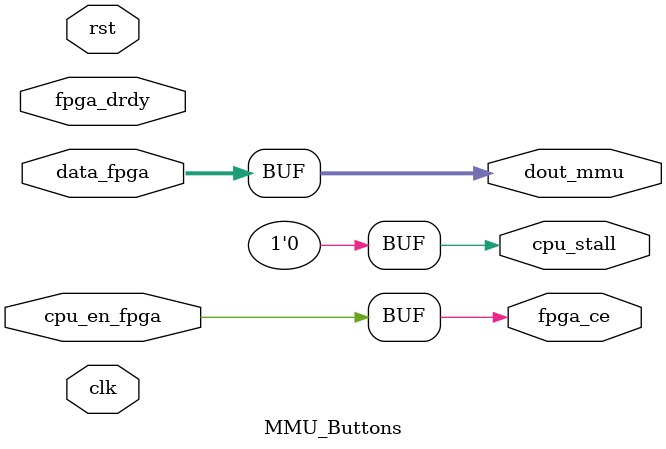
<source format=v>
`default_nettype none 
`timescale 1ns/ 10ps

module MMU_Buttons(clk, rst, fpga_drdy, data_fpga, dout_mmu,
	           cpu_stall, cpu_en_fpga, fpga_ce);

	// Do we want the status update to trigger when we have a drdy or a handled
	// interrupt?

		input wire clk, rst, fpga_drdy, cpu_en_fpga;
		
		input wire [23:0] data_fpga;

		output wire cpu_stall, fpga_ce;
		output wire [23:0] dout_mmu;

	assign dout_mmu = data_fpga;

	assign cpu_stall = 1'b0;

	// enable the buttons to read
	assign fpga_ce = cpu_en_fpga;

endmodule

</source>
